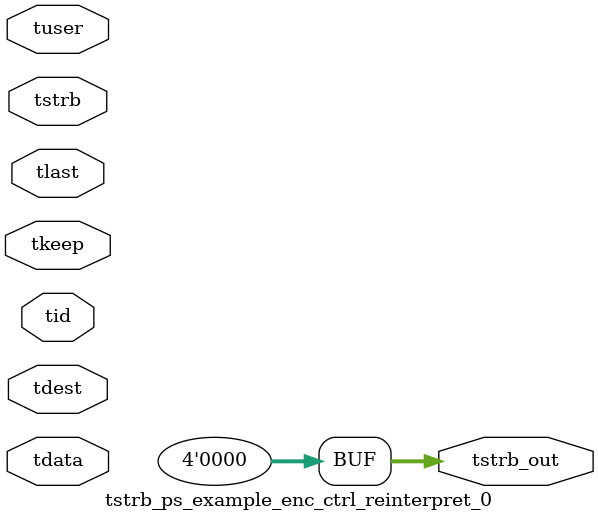
<source format=v>


`timescale 1ps/1ps

module tstrb_ps_example_enc_ctrl_reinterpret_0 #
(
parameter C_S_AXIS_TDATA_WIDTH = 32,
parameter C_S_AXIS_TUSER_WIDTH = 0,
parameter C_S_AXIS_TID_WIDTH   = 0,
parameter C_S_AXIS_TDEST_WIDTH = 0,
parameter C_M_AXIS_TDATA_WIDTH = 32
)
(
input  [(C_S_AXIS_TDATA_WIDTH == 0 ? 1 : C_S_AXIS_TDATA_WIDTH)-1:0     ] tdata,
input  [(C_S_AXIS_TUSER_WIDTH == 0 ? 1 : C_S_AXIS_TUSER_WIDTH)-1:0     ] tuser,
input  [(C_S_AXIS_TID_WIDTH   == 0 ? 1 : C_S_AXIS_TID_WIDTH)-1:0       ] tid,
input  [(C_S_AXIS_TDEST_WIDTH == 0 ? 1 : C_S_AXIS_TDEST_WIDTH)-1:0     ] tdest,
input  [(C_S_AXIS_TDATA_WIDTH/8)-1:0 ] tkeep,
input  [(C_S_AXIS_TDATA_WIDTH/8)-1:0 ] tstrb,
input                                                                    tlast,
output [(C_M_AXIS_TDATA_WIDTH/8)-1:0 ] tstrb_out
);

assign tstrb_out = {1'b0};

endmodule


</source>
